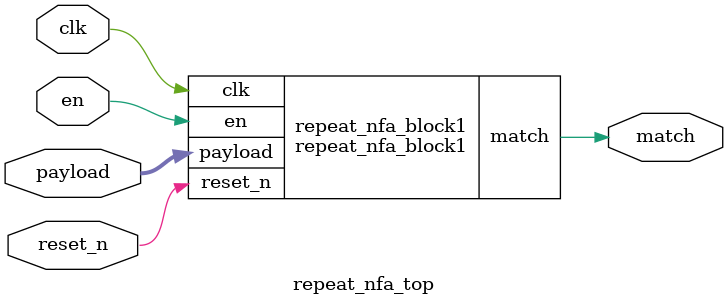
<source format=v>
module repeat_nfa_block0(
en,
payload,
match,
clk,
reset_n
);

input en;
input clk;
input reset_n;
input [7:0] payload;
output match;

wire match0;
wire match1;

assign match = match1;
repeat_nfa_branch1 repeat_nfa_branch1(.en (en),
				.payload (payload),
				.clk (clk),
				.reset_n (reset_n),
				.match (match0)
);

repeat_nfa_branch2 repeat_nfa_branch2(.en (match0),
				.payload (payload),
				.clk (clk),
				.reset_n (reset_n),
				.match (match1)
);

endmodule
//--------------------------------------------------------------

module repeat_nfa_block1(
en,
payload,
match,
clk,
reset_n
);

input en;
input clk;
input reset_n;
input [7:0] payload;
output match;

wire match0;
wire match1;

assign match = match1;
repeat_nfa_block0 repeat_nfa_block0(.en (en),
				.payload (payload),
				.clk (clk),
				.reset_n (reset_n),
				.match (match0)
);

repeat_nfa_branch3 repeat_nfa_branch3(.en (match0),
				.payload (payload),
				.clk (clk),
				.reset_n (reset_n),
				.match (match1)
);

endmodule
//--------------------------------------------------------------




//----------NFA TOP------------

module repeat_nfa_top(
en,
payload,
match,
clk,
reset_n
);

input en;
input clk;
input reset_n;
input [7:0] payload;
output match;

repeat_nfa_block1 repeat_nfa_block1(.en (en),
				.payload (payload),
				.clk (clk),
				.reset_n (reset_n),
				.match (match)
);

endmodule
//--------------------------------------------------------------

</source>
